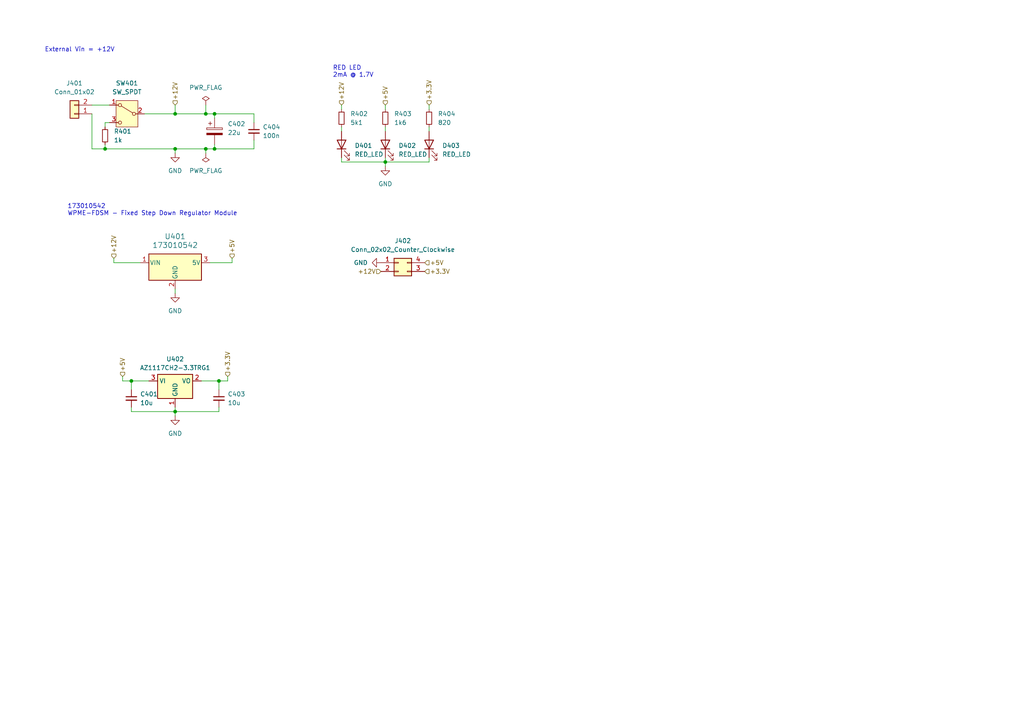
<source format=kicad_sch>
(kicad_sch (version 20231120) (generator "eeschema") (generator_version "8.0")
  (paper "A4")
  (lib_symbols
    (symbol "173010xxx:173010542" (pin_names (offset 0.254))
      (property "Reference" "U" (at 7.62 -6.35 0))
      (property "Value" "173010542" (at -0.508 3.556 0))
      (symbol "173010542_1_1"
        (rectangle (start -7.62 2.54) (end 7.62 -5.08) (stroke (width 0.254)) (fill (type background)))
        (pin power_in line (at -10.16 0 0) (length 2.54) (name "VIN") (number "1"))
        (pin power_in line (at 0 -7.62 90) (length 2.54) (name "GND") (number "2"))
        (pin power_out line (at 10.16 0 180) (length 2.54) (name "5V") (number "3"))
      )
    )
    (symbol "Connector_Generic:Conn_01x02" (pin_names (offset 1.016) hide)
      (property "Reference" "J" (at 0 2.54 0))
      (property "Value" "Conn_01x02" (at 0 -5.08 0))
      (symbol "Conn_01x02_1_1"
        (rectangle (start -1.27 -2.413) (end 0 -2.667) (stroke (width 0.1524)))
        (rectangle (start -1.27 0.127) (end 0 -0.127) (stroke (width 0.1524)))
        (rectangle (start -1.27 1.27) (end 1.27 -3.81) (stroke (width 0.254)) (fill (type background)))
        (pin passive line (at -5.08 0 0) (length 3.81) (name "Pin_1") (number "1"))
        (pin passive line (at -5.08 -2.54 0) (length 3.81) (name "Pin_2") (number "2"))
      )
    )
    (symbol "Connector_Generic:Conn_02x02_Counter_Clockwise" (pin_names (offset 1.016) hide)
      (property "Reference" "J" (at 1.27 2.54 0))
      (property "Value" "Conn_02x02_Counter_Clockwise" (at 1.27 -5.08 0))
      (symbol "Conn_02x02_Counter_Clockwise_1_1"
        (rectangle (start -1.27 -2.413) (end 0 -2.667) (stroke (width 0.1524)))
        (rectangle (start -1.27 0.127) (end 0 -0.127) (stroke (width 0.1524)))
        (rectangle (start -1.27 1.27) (end 3.81 -3.81) (stroke (width 0.254)) (fill (type background)))
        (rectangle (start 3.81 -2.413) (end 2.54 -2.667) (stroke (width 0.1524)))
        (rectangle (start 3.81 0.127) (end 2.54 -0.127) (stroke (width 0.1524)))
        (pin passive line (at -5.08 0 0) (length 3.81) (name "Pin_1") (number "1"))
        (pin passive line (at -5.08 -2.54 0) (length 3.81) (name "Pin_2") (number "2"))
        (pin passive line (at 7.62 -2.54 180) (length 3.81) (name "Pin_3") (number "3"))
        (pin passive line (at 7.62 0 180) (length 3.81) (name "Pin_4") (number "4"))
      )
    )
    (symbol "Device:C_Polarized" (pin_numbers hide) (pin_names (offset 0.254))
      (property "Reference" "C" (at 0.635 2.54 0))
      (property "Value" "C_Polarized" (at 0.635 -2.54 0))
      (symbol "C_Polarized_0_1"
        (rectangle (start -2.286 0.508) (end 2.286 1.016))
        (polyline (pts (xy -1.778 2.286) (xy -0.762 2.286)))
        (polyline (pts (xy -1.27 2.794) (xy -1.27 1.778)))
        (rectangle (start 2.286 -0.508) (end -2.286 -1.016) (fill (type outline)))
      )
      (symbol "C_Polarized_1_1"
        (pin passive line (at 0 3.81 270) (length 2.794) (name "~") (number "1"))
        (pin passive line (at 0 -3.81 90) (length 2.794) (name "~") (number "2"))
      )
    )
    (symbol "Device:C_Small" (pin_numbers hide) (pin_names (offset 0.254) hide)
      (property "Reference" "C" (at 0.254 1.778 0))
      (property "Value" "C_Small" (at 0.254 -2.032 0))
      (symbol "C_Small_0_1"
        (polyline (pts (xy -1.524 -0.508) (xy 1.524 -0.508)) (stroke (width 0.3302)))
        (polyline (pts (xy -1.524 0.508) (xy 1.524 0.508)) (stroke (width 0.3048)))
      )
      (symbol "C_Small_1_1"
        (pin passive line (at 0 2.54 270) (length 2.032) (name "~") (number "1"))
        (pin passive line (at 0 -2.54 90) (length 2.032) (name "~") (number "2"))
      )
    )
    (symbol "Device:LED" (pin_numbers hide) (pin_names (offset 1.016) hide)
      (property "Reference" "D" (at 0 2.54 0))
      (property "Value" "LED" (at 0 -2.54 0))
      (symbol "LED_0_1"
        (polyline (pts (xy -1.27 -1.27) (xy -1.27 1.27)) (stroke (width 0.254)))
        (polyline (pts (xy -1.27 0) (xy 1.27 0)))
        (polyline (pts (xy 1.27 -1.27) (xy 1.27 1.27) (xy -1.27 0) (xy 1.27 -1.27)) (stroke (width 0.254)))
        (polyline (pts (xy -3.048 -0.762) (xy -4.572 -2.286) (xy -3.81 -2.286) (xy -4.572 -2.286) (xy -4.572 -1.524)))
        (polyline (pts (xy -1.778 -0.762) (xy -3.302 -2.286) (xy -2.54 -2.286) (xy -3.302 -2.286) (xy -3.302 -1.524)))
      )
      (symbol "LED_1_1"
        (pin passive line (at -3.81 0 0) (length 2.54) (name "K") (number "1"))
        (pin passive line (at 3.81 0 180) (length 2.54) (name "A") (number "2"))
      )
    )
    (symbol "Device:R_Small" (pin_numbers hide) (pin_names (offset 0.254) hide)
      (property "Reference" "R" (at 0.762 0.508 0))
      (property "Value" "R_Small" (at 0.762 -1.016 0))
      (symbol "R_Small_0_1"
        (rectangle (start -0.762 1.778) (end 0.762 -1.778) (stroke (width 0.2032)))
      )
      (symbol "R_Small_1_1"
        (pin passive line (at 0 2.54 270) (length 0.762) (name "~") (number "1"))
        (pin passive line (at 0 -2.54 90) (length 0.762) (name "~") (number "2"))
      )
    )
    (symbol "Regulator_Linear:AMS1117-3.3"
      (property "Reference" "U" (at -3.81 3.175 0))
      (property "Value" "AMS1117-3.3" (at 0 3.175 0))
      (symbol "AMS1117-3.3_0_1"
        (rectangle (start -5.08 -5.08) (end 5.08 1.905) (stroke (width 0.254)) (fill (type background)))
      )
      (symbol "AMS1117-3.3_1_1"
        (pin power_in line (at 0 -7.62 90) (length 2.54) (name "GND") (number "1"))
        (pin power_out line (at 7.62 0 180) (length 2.54) (name "VO") (number "2"))
        (pin power_in line (at -7.62 0 0) (length 2.54) (name "VI") (number "3"))
      )
    )
    (symbol "Switch:SW_SPDT" (pin_names (offset 0) hide)
      (property "Reference" "SW" (at 0 5.08 0))
      (property "Value" "SW_SPDT" (at 0 -5.08 0))
      (symbol "SW_SPDT_0_1"
        (circle (center -2.032 0) (radius 0.4572))
        (polyline (pts (xy -1.651 0.254) (xy 1.651 2.286)))
        (circle (center 2.032 -2.54) (radius 0.4572))
        (circle (center 2.032 2.54) (radius 0.4572))
      )
      (symbol "SW_SPDT_1_1"
        (rectangle (start -3.175 3.81) (end 3.175 -3.81) (fill (type background)))
        (pin passive line (at 5.08 2.54 180) (length 2.54) (name "A") (number "1"))
        (pin passive line (at -5.08 0 0) (length 2.54) (name "B") (number "2"))
        (pin passive line (at 5.08 -2.54 180) (length 2.54) (name "C") (number "3"))
      )
    )
    (symbol "power:GND" (power) (pin_numbers hide) (pin_names (offset 0) hide)
      (property "Value" "GND" (at 0 -3.81 0))
      (symbol "GND_0_1"
        (polyline (pts (xy 0 0) (xy 0 -1.27) (xy 1.27 -1.27) (xy 0 -2.54) (xy -1.27 -1.27) (xy 0 -1.27)))
      )
      (symbol "GND_1_1"
        (pin power_in line (at 0 0 270) (length 0) (name "~") (number "1"))
      )
    )
    (symbol "power:PWR_FLAG" (power) (pin_numbers hide) (pin_names (offset 0) hide)
      (property "Value" "PWR_FLAG" (at 0 3.81 0))
      (symbol "PWR_FLAG_0_0"
        (pin power_out line (at 0 0 90) (length 0) (name "~") (number "1"))
      )
      (symbol "PWR_FLAG_0_1"
        (polyline (pts (xy 0 0) (xy 0 1.27) (xy -1.016 1.905) (xy 0 2.54) (xy 1.016 1.905) (xy 0 1.27)))
      )
    )
  )
  (junction (at 111.76 46.99))
  (junction (at 50.8 33.02))
  (junction (at 59.69 43.18))
  (junction (at 62.23 33.02))
  (junction (at 62.23 43.18))
  (junction (at 59.69 33.02))
  (junction (at 63.5 110.49))
  (junction (at 50.8 43.18))
  (junction (at 38.1 110.49))
  (junction (at 30.48 43.18))
  (junction (at 50.8 119.38))
  (wire (pts (xy 58.42 110.49) (xy 63.5 110.49)))
  (wire (pts (xy 50.8 33.02) (xy 59.69 33.02)))
  (wire (pts (xy 30.48 43.18) (xy 30.48 41.91)))
  (wire (pts (xy 99.06 46.99) (xy 111.76 46.99)))
  (wire (pts (xy 59.69 30.48) (xy 59.69 33.02)))
  (wire (pts (xy 26.67 30.48) (xy 31.75 30.48)))
  (wire (pts (xy 111.76 46.99) (xy 124.46 46.99)))
  (wire (pts (xy 124.46 46.99) (xy 124.46 45.72)))
  (wire (pts (xy 99.06 45.72) (xy 99.06 46.99)))
  (wire (pts (xy 111.76 46.99) (xy 111.76 48.26)))
  (wire (pts (xy 50.8 43.18) (xy 50.8 44.45)))
  (wire (pts (xy 30.48 43.18) (xy 50.8 43.18)))
  (wire (pts (xy 99.06 36.83) (xy 99.06 38.1)))
  (wire (pts (xy 73.66 35.56) (xy 73.66 33.02)))
  (wire (pts (xy 59.69 43.18) (xy 50.8 43.18)))
  (wire (pts (xy 124.46 30.48) (xy 124.46 31.75)))
  (wire (pts (xy 38.1 118.11) (xy 38.1 119.38)))
  (wire (pts (xy 63.5 110.49) (xy 66.04 110.49)))
  (wire (pts (xy 59.69 44.45) (xy 59.69 43.18)))
  (wire (pts (xy 33.02 76.2) (xy 40.64 76.2)))
  (wire (pts (xy 35.56 110.49) (xy 38.1 110.49)))
  (wire (pts (xy 30.48 35.56) (xy 30.48 36.83)))
  (wire (pts (xy 124.46 36.83) (xy 124.46 38.1)))
  (wire (pts (xy 43.18 110.49) (xy 38.1 110.49)))
  (wire (pts (xy 111.76 45.72) (xy 111.76 46.99)))
  (wire (pts (xy 62.23 34.29) (xy 62.23 33.02)))
  (wire (pts (xy 38.1 110.49) (xy 38.1 113.03)))
  (wire (pts (xy 63.5 110.49) (xy 63.5 113.03)))
  (wire (pts (xy 38.1 119.38) (xy 50.8 119.38)))
  (wire (pts (xy 50.8 85.09) (xy 50.8 83.82)))
  (wire (pts (xy 59.69 43.18) (xy 62.23 43.18)))
  (wire (pts (xy 50.8 30.48) (xy 50.8 33.02)))
  (wire (pts (xy 62.23 33.02) (xy 73.66 33.02)))
  (wire (pts (xy 66.04 109.22) (xy 66.04 110.49)))
  (wire (pts (xy 73.66 40.64) (xy 73.66 43.18)))
  (wire (pts (xy 111.76 36.83) (xy 111.76 38.1)))
  (wire (pts (xy 67.31 74.93) (xy 67.31 76.2)))
  (wire (pts (xy 26.67 43.18) (xy 30.48 43.18)))
  (wire (pts (xy 62.23 41.91) (xy 62.23 43.18)))
  (wire (pts (xy 62.23 43.18) (xy 73.66 43.18)))
  (wire (pts (xy 26.67 33.02) (xy 26.67 43.18)))
  (wire (pts (xy 31.75 35.56) (xy 30.48 35.56)))
  (wire (pts (xy 50.8 119.38) (xy 63.5 119.38)))
  (wire (pts (xy 63.5 118.11) (xy 63.5 119.38)))
  (wire (pts (xy 33.02 74.93) (xy 33.02 76.2)))
  (wire (pts (xy 41.91 33.02) (xy 50.8 33.02)))
  (wire (pts (xy 99.06 30.48) (xy 99.06 31.75)))
  (wire (pts (xy 50.8 118.11) (xy 50.8 119.38)))
  (wire (pts (xy 59.69 33.02) (xy 62.23 33.02)))
  (wire (pts (xy 111.76 30.48) (xy 111.76 31.75)))
  (wire (pts (xy 67.31 76.2) (xy 60.96 76.2)))
  (wire (pts (xy 50.8 119.38) (xy 50.8 120.65)))
  (wire (pts (xy 35.56 109.22) (xy 35.56 110.49)))
  (text "RED LED\n2mA @ 1.7V" (at 96.52 20.828 0) (effects (font (size 1.27 1.27)) (justify left)))
  (text "173010542\nWPME-FDSM - Fixed Step Down Regulator Module" (at 19.558 60.96 0) (effects (font (size 1.27 1.27)) (justify left)))
  (text "External Vin = +12V" (at 12.954 14.478 0) (effects (font (size 1.27 1.27)) (justify left)))
  (hierarchical_label "+3.3V" (shape input) (at 123.19 78.74 0))
  (hierarchical_label "+5V" (shape input) (at 35.56 109.22 90))
  (hierarchical_label "+12V" (shape input) (at 110.49 78.74 180))
  (hierarchical_label "+12V" (shape input) (at 50.8 30.48 90))
  (hierarchical_label "+12V" (shape input) (at 33.02 74.93 90))
  (hierarchical_label "+12V" (shape input) (at 99.06 30.48 90))
  (hierarchical_label "+5V" (shape input) (at 67.31 74.93 90))
  (hierarchical_label "+5V" (shape input) (at 123.19 76.2 0))
  (hierarchical_label "+5V" (shape input) (at 111.76 30.48 90))
  (hierarchical_label "+3.3V" (shape input) (at 66.04 109.22 90))
  (hierarchical_label "+3.3V" (shape input) (at 124.46 30.48 90))
  (symbol (lib_id "Device:C_Small") (at 63.5 115.57 0) (unit 1)
    (property "Reference" "C403" (at 66.04 114.3062 0) (effects (justify left)))
    (property "Value" "10u" (at 66.04 116.8462 0) (effects (justify left)))
    (property "Footprint" "Capacitor_SMD:C_0402_1005Metric" (effects (hide yes)))
    (property "Description" "Unpolarized capacitor, small symbol" (effects (hide yes)))
    (property "MPN" "WE  885012105020" (effects (hide yes)))
  )
  (symbol (lib_id "Device:LED") (at 111.76 41.91 90) (unit 1)
    (property "Reference" "D402" (at 115.57 42.2274 90) (effects (justify right)))
    (property "Value" "RED_LED" (at 115.57 44.7674 90) (effects (justify right)))
    (property "Footprint" "LED_SMD:LED_0603_1608Metric" (effects (hide yes)))
    (property "Datasheet" "https://www.we-online.com/components/products/datasheet/150060RS55040.pdf" (effects (hide yes)))
    (property "Description" "Light emitting diode" (effects (hide yes)))
    (property "MPN" "WE 150060RS55040" (effects (hide yes)))
  )
  (symbol (lib_id "Connector_Generic:Conn_01x02") (at 21.59 33.02 180) (unit 1)
    (property "Reference" "J401" (at 21.59 24.13 0))
    (property "Value" "Conn_01x02" (at 21.59 26.67 0))
    (property "Footprint" "Connector_JST:JST_XH_S2B-XH-A_1x02_P2.50mm_Horizontal" (effects (hide yes)))
    (property "Description" "Generic connector, single row, 01x02, script generated (kicad-library-utils/schlib/autogen/connector/)" (effects (hide yes)))
    (property "MPN" "S2B-XH-A(lf)(sn)" (effects (hide yes)))
  )
  (symbol (lib_id "power:PWR_FLAG") (at 59.69 44.45 180) (unit 1)
    (property "Reference" "#FLG0402" (effects (hide yes)))
    (property "Value" "PWR_FLAG" (at 59.69 49.53 0))
    (property "Description" "Special symbol for telling ERC where power comes from" (effects (hide yes)))
  )
  (symbol (lib_id "Device:R_Small") (at 111.76 34.29 0) (unit 1)
    (property "Reference" "R403" (at 114.3 33.0199 0) (effects (justify left)))
    (property "Value" "1k6" (at 114.3 35.5599 0) (effects (justify left)))
    (property "Footprint" "Resistor_SMD:R_0402_1005Metric" (effects (hide yes)))
    (property "Description" "Resistor, small symbol" (effects (hide yes)))
  )
  (symbol (lib_id "Device:C_Small") (at 73.66 38.1 0) (unit 1)
    (property "Reference" "C404" (at 76.2 36.8362 0) (effects (justify left)))
    (property "Value" "100n" (at 76.2 39.3762 0) (effects (justify left)))
    (property "Footprint" "Capacitor_SMD:C_0402_1005Metric" (effects (hide yes)))
    (property "Description" "Unpolarized capacitor, small symbol" (effects (hide yes)))
    (property "MPN" "WE 885012105018" (effects (hide yes)))
  )
  (symbol (lib_id "Device:LED") (at 124.46 41.91 90) (unit 1)
    (property "Reference" "D403" (at 128.27 42.2274 90) (effects (justify right)))
    (property "Value" "RED_LED" (at 128.27 44.7674 90) (effects (justify right)))
    (property "Footprint" "LED_SMD:LED_0603_1608Metric" (effects (hide yes)))
    (property "Datasheet" "https://www.we-online.com/components/products/datasheet/150060RS55040.pdf" (effects (hide yes)))
    (property "Description" "Light emitting diode" (effects (hide yes)))
    (property "MPN" "WE 150060RS55040" (effects (hide yes)))
  )
  (symbol (lib_id "Regulator_Linear:AMS1117-3.3") (at 50.8 110.49 0) (unit 1)
    (property "Reference" "U402" (at 50.8 104.14 0))
    (property "Value" "AZ1117CH2-3.3TRG1" (at 50.8 106.68 0))
    (property "Footprint" "Package_TO_SOT_SMD:SOT-223-3_TabPin2" (effects (hide yes)))
    (property "Datasheet" "https://4donline.ihs.com/images/VipMasterIC/IC/DIOD/DIOD-S-A0007713706/DIOD-S-A0007713706-1.pdf?hkey=6D3A4C79FDBF58556ACFDE234799DDF0" (effects (hide yes)))
    (property "Description" "1A Low Dropout regulator, positive, 3.3V fixed output, SOT-223" (effects (hide yes)))
    (property "MPN" "AZ1117CH2-3.3TRG1" (effects (hide yes)))
  )
  (symbol (lib_id "Switch:SW_SPDT") (at 36.83 33.02 0) (mirror y) (unit 1)
    (property "Reference" "SW401" (at 36.83 24.13 0))
    (property "Value" "SW_SPDT" (at 36.83 26.67 0))
    (property "Footprint" "libs:472121020311" (effects (hide yes)))
    (property "Datasheet" "https://www.we-online.com/components/products/datasheet/472121020311.pdf" (effects (hide yes)))
    (property "Description" "Switch, single pole double throw" (effects (hide yes)))
    (property "MPN" "WE 472121020311" (effects (hide yes)))
  )
  (symbol (lib_id "power:GND") (at 50.8 85.09 0) (unit 1)
    (property "Reference" "#PWR0402" (effects (hide yes)))
    (property "Value" "GND" (at 50.8 90.17 0))
    (property "Description" "Power symbol creates a global label with name \"GND\" , ground" (effects (hide yes)))
  )
  (symbol (lib_id "Device:C_Polarized") (at 62.23 38.1 0) (unit 1)
    (property "Reference" "C402" (at 66.04 35.9409 0) (effects (justify left)))
    (property "Value" "22u" (at 66.04 38.4809 0) (effects (justify left)))
    (property "Footprint" "Capacitor_SMD:CP_Elec_5x5.4" (effects (hide yes)))
    (property "Description" "Polarized capacitor" (effects (hide yes)))
    (property "MPN" "WE 865060442002" (effects (hide yes)))
  )
  (symbol (lib_id "Device:R_Small") (at 124.46 34.29 0) (unit 1)
    (property "Reference" "R404" (at 127 33.0199 0) (effects (justify left)))
    (property "Value" "820" (at 127 35.5599 0) (effects (justify left)))
    (property "Footprint" "Resistor_SMD:R_0402_1005Metric" (effects (hide yes)))
    (property "Description" "Resistor, small symbol" (effects (hide yes)))
  )
  (symbol (lib_id "power:GND") (at 110.49 76.2 270) (unit 1)
    (property "Reference" "#PWR0405" (effects (hide yes)))
    (property "Value" "GND" (at 106.68 76.1999 90) (effects (justify right)))
    (property "Description" "Power symbol creates a global label with name \"GND\" , ground" (effects (hide yes)))
  )
  (symbol (lib_id "Device:R_Small") (at 30.48 39.37 0) (unit 1)
    (property "Reference" "R401" (at 33.02 38.0999 0) (effects (justify left)))
    (property "Value" "1k" (at 33.02 40.6399 0) (effects (justify left)))
    (property "Footprint" "Resistor_SMD:R_0805_2012Metric" (effects (hide yes)))
    (property "Description" "Resistor, small symbol" (effects (hide yes)))
  )
  (symbol (lib_id "Device:R_Small") (at 99.06 34.29 0) (unit 1)
    (property "Reference" "R402" (at 101.6 33.0199 0) (effects (justify left)))
    (property "Value" "5k1" (at 101.6 35.5599 0) (effects (justify left)))
    (property "Footprint" "Resistor_SMD:R_0402_1005Metric" (effects (hide yes)))
    (property "Description" "Resistor, small symbol" (effects (hide yes)))
  )
  (symbol (lib_id "power:GND") (at 50.8 120.65 0) (unit 1)
    (property "Reference" "#PWR0403" (effects (hide yes)))
    (property "Value" "GND" (at 50.8 125.73 0))
    (property "Description" "Power symbol creates a global label with name \"GND\" , ground" (effects (hide yes)))
  )
  (symbol (lib_id "Device:C_Small") (at 38.1 115.57 0) (unit 1)
    (property "Reference" "C401" (at 40.64 114.3062 0) (effects (justify left)))
    (property "Value" "10u" (at 40.64 116.8462 0) (effects (justify left)))
    (property "Footprint" "Capacitor_SMD:C_0402_1005Metric" (effects (hide yes)))
    (property "Description" "Unpolarized capacitor, small symbol" (effects (hide yes)))
    (property "MPN" "WE  885012105020" (effects (hide yes)))
  )
  (symbol (lib_id "power:GND") (at 111.76 48.26 0) (unit 1)
    (property "Reference" "#PWR0404" (effects (hide yes)))
    (property "Value" "GND" (at 111.76 53.34 0))
    (property "Description" "Power symbol creates a global label with name \"GND\" , ground" (effects (hide yes)))
  )
  (symbol (lib_id "173010xxx:173010542") (at 50.8 76.2 0) (unit 1)
    (property "Reference" "U401" (at 50.8 68.58 0) (effects (font (size 1.524 1.524))))
    (property "Value" "173010542" (at 50.8 71.12 0) (effects (font (size 1.524 1.524))))
    (property "Footprint" "libs:173010xxx" (effects (hide yes)))
    (property "Datasheet" "https://www.we-online.com/components/products/datasheet/173010542.pdf" (effects (hide yes)))
    (property "MPN" "WE 173010542" (effects (hide yes)))
  )
  (symbol (lib_id "Connector_Generic:Conn_02x02_Counter_Clockwise") (at 115.57 76.2 0) (unit 1)
    (property "Reference" "J402" (at 116.84 69.85 0))
    (property "Value" "Conn_02x02_Counter_Clockwise" (at 116.84 72.39 0))
    (property "Footprint" "Connector_PinHeader_2.54mm:PinHeader_2x02_P2.54mm_Vertical_SMD" (effects (hide yes)))
    (property "Datasheet" "https://www.we-online.com/components/products/datasheet/61000421121.pdf" (effects (hide yes)))
    (property "Description" "Generic connector, double row, 02x02, counter clockwise pin numbering scheme (similar to DIP package numbering), script generated (kicad-library-utils/schlib/autogen/connector/)" (effects (hide yes)))
    (property "MPN" "WE 61000421121" (effects (hide yes)))
  )
  (symbol (lib_id "power:PWR_FLAG") (at 59.69 30.48 0) (unit 1)
    (property "Reference" "#FLG0401" (effects (hide yes)))
    (property "Value" "PWR_FLAG" (at 59.69 25.4 0))
    (property "Description" "Special symbol for telling ERC where power comes from" (effects (hide yes)))
  )
  (symbol (lib_id "power:GND") (at 50.8 44.45 0) (unit 1)
    (property "Reference" "#PWR0401" (effects (hide yes)))
    (property "Value" "GND" (at 50.8 49.53 0))
    (property "Description" "Power symbol creates a global label with name \"GND\" , ground" (effects (hide yes)))
  )
  (symbol (lib_id "Device:LED") (at 99.06 41.91 90) (unit 1)
    (property "Reference" "D401" (at 102.87 42.2274 90) (effects (justify right)))
    (property "Value" "RED_LED" (at 102.87 44.7674 90) (effects (justify right)))
    (property "Footprint" "LED_SMD:LED_0603_1608Metric" (effects (hide yes)))
    (property "Datasheet" "https://www.we-online.com/components/products/datasheet/150060RS55040.pdf" (effects (hide yes)))
    (property "Description" "Light emitting diode" (effects (hide yes)))
    (property "MPN" "WE 150060RS55040" (effects (hide yes)))
  )
)
</source>
